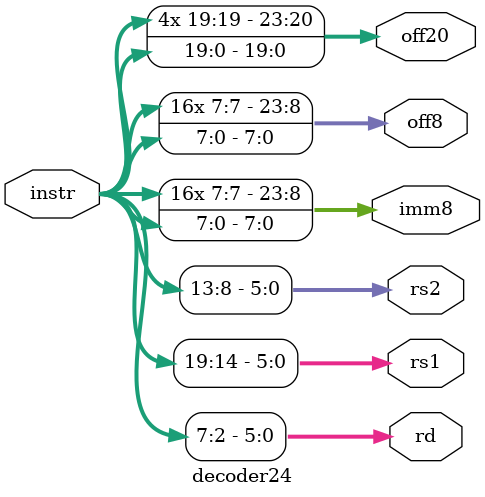
<source format=v>
`timescale 1ns/1ps


module decoder24(
  input  [23:0] instr,   // IR
  output [5:0]  rd, rs1, rs2,
  output [23:0] imm8, off8, off20
//   output [3:0]  op    // instr[23:20]
//  output    RegWrite,MemRead, MemWrite, MemToReg, ALUSrc,
//  output [1:0]  ALUop,       // 0=ADD, 1=MUL, 2==PASS, 3=ADDR_ADD
//  output        Branch, Jump, Halt
);
//opcode
//  assign op = instr[23:20];
  
    // R-type:  [19:14]=rs1 [13:8]=rs2 [7:2]=rd [1:0]=00
  assign rs1      = instr[19:14];
  assign rs2      = instr[13:8];
  assign rd       = instr[7:2];
  
   // Sign extends
  assign imm8 = {{16{instr[7]}},  instr[7:0]}; //instr[24] is the sign bit of the 25-field, duplicate 1 7 times
  assign off8 = {{16{instr[7]}}, instr[7:0]};
  assign off20 = {{4{instr[19]}}, instr[19:0]};
//    reg rw, mr, mw, W_src, asrc, br, jmp, h;
//  reg [1:0] alu;

//  always @(*)
//   begin
//    rw=0; mr=0; mw=0; W_src=0; asrc=0; br=0; jmp=0; h=0; alu=2'd0;
//    case (op)
//      4'h0: h   = 1'b1;                 // HALT
//      4'h1: begin rw=1; alu=2'd0; end   // ADD
//      4'h3: begin rw=1; alu=2'd1; end   // MUL
//      4'h4: begin rw=1; alu=2'd2; asrc=1; end // LI (pass imm)
//      4'h5: begin mr=1; rw=1; W_src=1; alu=2'd3; asrc=1; end // LOAD
//      4'h6: begin mw=1; alu=2'd3; asrc=1; end             // STORE
//      4'h7: br  = 1'b1;                 // BEQ
//      4'h8: jmp = 1'b1;                 // JMP
//      default: ;                        // NOP/unused
//    endcase
//  end

//  assign RegWrite = rw;
//  assign MemRead  = mr;
//  assign MemWrite = mw;
//  assign MemToReg = W_src;
//  assign ALUSrc   = asrc;
//  assign ALUop    = alu;
//  assign Branch   = br;
//  assign Jump     = jmp;
//  assign Halt     = h;
endmodule

</source>
